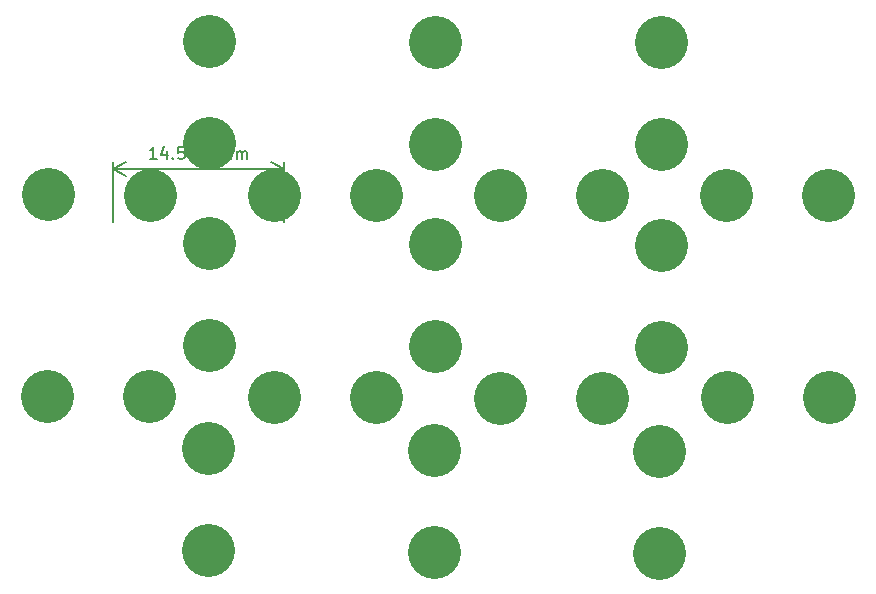
<source format=gbr>
%TF.GenerationSoftware,KiCad,Pcbnew,5.1.10-88a1d61d58~90~ubuntu20.04.1*%
%TF.CreationDate,2022-01-17T11:14:37+00:00*%
%TF.ProjectId,grove_adaptor_panel,67726f76-655f-4616-9461-70746f725f70,rev?*%
%TF.SameCoordinates,Original*%
%TF.FileFunction,Other,ECO1*%
%FSLAX46Y46*%
G04 Gerber Fmt 4.6, Leading zero omitted, Abs format (unit mm)*
G04 Created by KiCad (PCBNEW 5.1.10-88a1d61d58~90~ubuntu20.04.1) date 2022-01-17 11:14:37*
%MOMM*%
%LPD*%
G01*
G04 APERTURE LIST*
%ADD10C,0.150000*%
%ADD11C,4.508000*%
G04 APERTURE END LIST*
D10*
X107090571Y-97610880D02*
X106519142Y-97610880D01*
X106804857Y-97610880D02*
X106804857Y-96610880D01*
X106709619Y-96753738D01*
X106614380Y-96848976D01*
X106519142Y-96896595D01*
X107947714Y-96944214D02*
X107947714Y-97610880D01*
X107709619Y-96563261D02*
X107471523Y-97277547D01*
X108090571Y-97277547D01*
X108471523Y-97515642D02*
X108519142Y-97563261D01*
X108471523Y-97610880D01*
X108423904Y-97563261D01*
X108471523Y-97515642D01*
X108471523Y-97610880D01*
X109423904Y-96610880D02*
X108947714Y-96610880D01*
X108900095Y-97087071D01*
X108947714Y-97039452D01*
X109042952Y-96991833D01*
X109281047Y-96991833D01*
X109376285Y-97039452D01*
X109423904Y-97087071D01*
X109471523Y-97182309D01*
X109471523Y-97420404D01*
X109423904Y-97515642D01*
X109376285Y-97563261D01*
X109281047Y-97610880D01*
X109042952Y-97610880D01*
X108947714Y-97563261D01*
X108900095Y-97515642D01*
X110090571Y-96610880D02*
X110185809Y-96610880D01*
X110281047Y-96658500D01*
X110328666Y-96706119D01*
X110376285Y-96801357D01*
X110423904Y-96991833D01*
X110423904Y-97229928D01*
X110376285Y-97420404D01*
X110328666Y-97515642D01*
X110281047Y-97563261D01*
X110185809Y-97610880D01*
X110090571Y-97610880D01*
X109995333Y-97563261D01*
X109947714Y-97515642D01*
X109900095Y-97420404D01*
X109852476Y-97229928D01*
X109852476Y-96991833D01*
X109900095Y-96801357D01*
X109947714Y-96706119D01*
X109995333Y-96658500D01*
X110090571Y-96610880D01*
X111042952Y-96610880D02*
X111138190Y-96610880D01*
X111233428Y-96658500D01*
X111281047Y-96706119D01*
X111328666Y-96801357D01*
X111376285Y-96991833D01*
X111376285Y-97229928D01*
X111328666Y-97420404D01*
X111281047Y-97515642D01*
X111233428Y-97563261D01*
X111138190Y-97610880D01*
X111042952Y-97610880D01*
X110947714Y-97563261D01*
X110900095Y-97515642D01*
X110852476Y-97420404D01*
X110804857Y-97229928D01*
X110804857Y-96991833D01*
X110852476Y-96801357D01*
X110900095Y-96706119D01*
X110947714Y-96658500D01*
X111042952Y-96610880D01*
X112566761Y-97610880D02*
X112566761Y-96944214D01*
X112566761Y-97039452D02*
X112614380Y-96991833D01*
X112709619Y-96944214D01*
X112852476Y-96944214D01*
X112947714Y-96991833D01*
X112995333Y-97087071D01*
X112995333Y-97610880D01*
X112995333Y-97087071D02*
X113042952Y-96991833D01*
X113138190Y-96944214D01*
X113281047Y-96944214D01*
X113376285Y-96991833D01*
X113423904Y-97087071D01*
X113423904Y-97610880D01*
X113900095Y-97610880D02*
X113900095Y-96944214D01*
X113900095Y-97039452D02*
X113947714Y-96991833D01*
X114042952Y-96944214D01*
X114185809Y-96944214D01*
X114281047Y-96991833D01*
X114328666Y-97087071D01*
X114328666Y-97610880D01*
X114328666Y-97087071D02*
X114376285Y-96991833D01*
X114471523Y-96944214D01*
X114614380Y-96944214D01*
X114709619Y-96991833D01*
X114757238Y-97087071D01*
X114757238Y-97610880D01*
X103412000Y-98458500D02*
X117912000Y-98458500D01*
X103412000Y-102958500D02*
X103412000Y-97872079D01*
X117912000Y-102958500D02*
X117912000Y-97872079D01*
X117912000Y-98458500D02*
X116785496Y-99044921D01*
X117912000Y-98458500D02*
X116785496Y-97872079D01*
X103412000Y-98458500D02*
X104538504Y-99044921D01*
X103412000Y-98458500D02*
X104538504Y-97872079D01*
D11*
%TO.C,mouse-bite-5mm-slot*%
X155321000Y-100711000D02*
X155321000Y-100711000D01*
X163957000Y-100711000D02*
X163957000Y-100711000D01*
X149796500Y-104898500D02*
X149796500Y-104898500D01*
X149796500Y-113534500D02*
X149796500Y-113534500D01*
X136147500Y-117852500D02*
X136147500Y-117852500D01*
X144783500Y-117852500D02*
X144783500Y-117852500D01*
X149796500Y-87753500D02*
X149796500Y-87753500D01*
X149796500Y-96389500D02*
X149796500Y-96389500D01*
X136147500Y-100707500D02*
X136147500Y-100707500D01*
X144783500Y-100707500D02*
X144783500Y-100707500D01*
X130683000Y-104835000D02*
X130683000Y-104835000D01*
X130683000Y-113471000D02*
X130683000Y-113471000D01*
X117034000Y-117789000D02*
X117034000Y-117789000D01*
X125670000Y-117789000D02*
X125670000Y-117789000D01*
X111506000Y-113407500D02*
X111506000Y-113407500D01*
X111566000Y-104771500D02*
X111566000Y-104771500D01*
X155388000Y-117792500D02*
X155388000Y-117792500D01*
X164024000Y-117792500D02*
X164024000Y-117792500D01*
X149669500Y-122368000D02*
X149669500Y-122368000D01*
X149669500Y-131004000D02*
X149669500Y-131004000D01*
X97857000Y-117729000D02*
X97857000Y-117729000D01*
X106493000Y-117729000D02*
X106493000Y-117729000D01*
X111442500Y-122110500D02*
X111442500Y-122110500D01*
X111442500Y-130746500D02*
X111442500Y-130746500D01*
X130556000Y-122241000D02*
X130556000Y-122241000D01*
X130556000Y-130877000D02*
X130556000Y-130877000D01*
X117034000Y-100647500D02*
X117034000Y-100647500D01*
X125670000Y-100647500D02*
X125670000Y-100647500D01*
X106553000Y-100644000D02*
X106553000Y-100644000D01*
X97917000Y-100584000D02*
X97917000Y-100584000D01*
X111506000Y-96266000D02*
X111506000Y-96266000D01*
X111566000Y-87630000D02*
X111566000Y-87630000D01*
X130683000Y-87693500D02*
X130683000Y-87693500D01*
X130683000Y-96329500D02*
X130683000Y-96329500D01*
%TD*%
M02*

</source>
